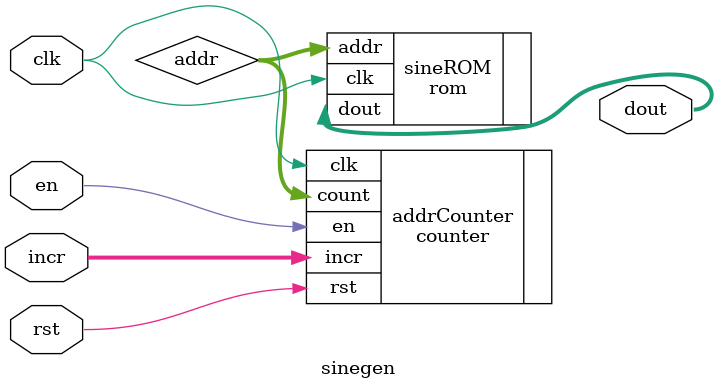
<source format=sv>
module sinegen (
    input logic [7:0] incr,
    input logic rst,
    input logic en,
    input logic clk,
    output logic [7:0] dout
);

logic [7:0] addr;

counter addrCounter(
    .clk(clk),
    .rst(rst),
    .en(en),
    .incr(incr),
    .count(addr)
);

rom sineROM(
    .clk(clk),
    .addr(addr),
    .dout(dout)
);

endmodule

</source>
